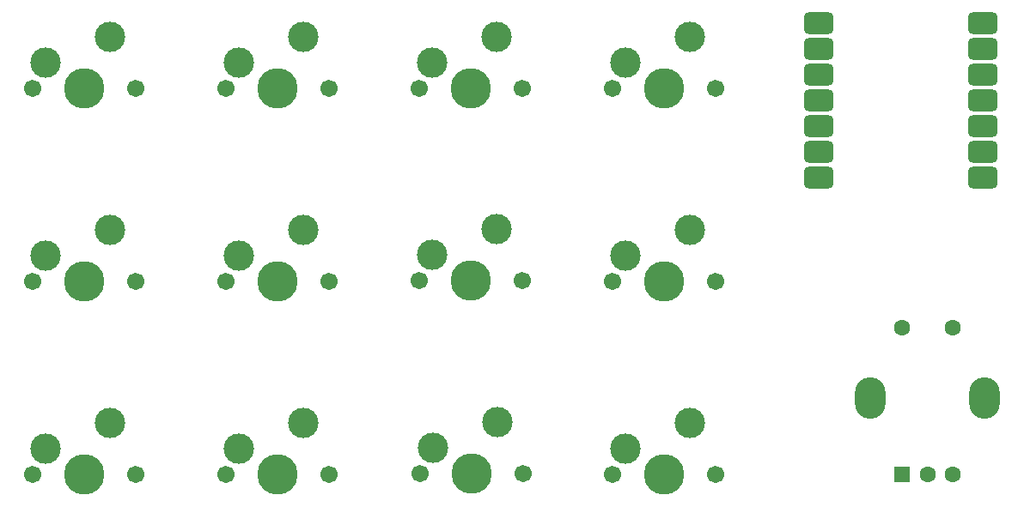
<source format=gbr>
%TF.GenerationSoftware,KiCad,Pcbnew,7.0.10*%
%TF.CreationDate,2026-02-14T21:30:48-08:00*%
%TF.ProjectId,12kempV2.1,31326b65-6d70-4563-922e-312e6b696361,rev?*%
%TF.SameCoordinates,Original*%
%TF.FileFunction,Soldermask,Top*%
%TF.FilePolarity,Negative*%
%FSLAX46Y46*%
G04 Gerber Fmt 4.6, Leading zero omitted, Abs format (unit mm)*
G04 Created by KiCad (PCBNEW 7.0.10) date 2026-02-14 21:30:48*
%MOMM*%
%LPD*%
G01*
G04 APERTURE LIST*
G04 Aperture macros list*
%AMRoundRect*
0 Rectangle with rounded corners*
0 $1 Rounding radius*
0 $2 $3 $4 $5 $6 $7 $8 $9 X,Y pos of 4 corners*
0 Add a 4 corners polygon primitive as box body*
4,1,4,$2,$3,$4,$5,$6,$7,$8,$9,$2,$3,0*
0 Add four circle primitives for the rounded corners*
1,1,$1+$1,$2,$3*
1,1,$1+$1,$4,$5*
1,1,$1+$1,$6,$7*
1,1,$1+$1,$8,$9*
0 Add four rect primitives between the rounded corners*
20,1,$1+$1,$2,$3,$4,$5,0*
20,1,$1+$1,$4,$5,$6,$7,0*
20,1,$1+$1,$6,$7,$8,$9,0*
20,1,$1+$1,$8,$9,$2,$3,0*%
G04 Aperture macros list end*
%ADD10C,1.701800*%
%ADD11C,3.000000*%
%ADD12C,3.987800*%
%ADD13RoundRect,0.551000X-0.926000X-0.551000X0.926000X-0.551000X0.926000X0.551000X-0.926000X0.551000X0*%
%ADD14RoundRect,0.250000X0.550000X-0.550000X0.550000X0.550000X-0.550000X0.550000X-0.550000X-0.550000X0*%
%ADD15C,1.600000*%
%ADD16O,3.000000X4.100000*%
G04 APERTURE END LIST*
D10*
%TO.C,SW2*%
X123647500Y-70700000D03*
D11*
X124917500Y-68160000D03*
D12*
X128727500Y-70700000D03*
D11*
X131267500Y-65620000D03*
D10*
X133807500Y-70700000D03*
%TD*%
%TO.C,SW7*%
X142697500Y-89670000D03*
D11*
X143967500Y-87130000D03*
D12*
X147777500Y-89670000D03*
D11*
X150317500Y-84590000D03*
D10*
X152857500Y-89670000D03*
%TD*%
%TO.C,SW5*%
X104597500Y-89750000D03*
D11*
X105867500Y-87210000D03*
D12*
X109677500Y-89750000D03*
D11*
X112217500Y-84670000D03*
D10*
X114757500Y-89750000D03*
%TD*%
D13*
%TO.C,U1*%
X181989500Y-64260000D03*
X181989500Y-66800000D03*
X181989500Y-69340000D03*
X181989500Y-71880000D03*
X181989500Y-74420000D03*
X181989500Y-76960000D03*
X181989500Y-79500000D03*
X198189500Y-79500000D03*
X198189500Y-76960000D03*
X198189500Y-74420000D03*
X198189500Y-71880000D03*
X198189500Y-69340000D03*
X198189500Y-66800000D03*
X198189500Y-64260000D03*
%TD*%
D10*
%TO.C,SW11*%
X142710000Y-108720000D03*
D11*
X143980000Y-106180000D03*
D12*
X147790000Y-108720000D03*
D11*
X150330000Y-103640000D03*
D10*
X152870000Y-108720000D03*
%TD*%
%TO.C,SW10*%
X123647500Y-108800000D03*
D11*
X124917500Y-106260000D03*
D12*
X128727500Y-108800000D03*
D11*
X131267500Y-103720000D03*
D10*
X133807500Y-108800000D03*
%TD*%
%TO.C,SW1*%
X104597500Y-70700000D03*
D11*
X105867500Y-68160000D03*
D12*
X109677500Y-70700000D03*
D11*
X112217500Y-65620000D03*
D10*
X114757500Y-70700000D03*
%TD*%
%TO.C,SW8*%
X161747500Y-89750000D03*
D11*
X163017500Y-87210000D03*
D12*
X166827500Y-89750000D03*
D11*
X169367500Y-84670000D03*
D10*
X171907500Y-89750000D03*
%TD*%
%TO.C,SW6*%
X123647500Y-89750000D03*
D11*
X124917500Y-87210000D03*
D12*
X128727500Y-89750000D03*
D11*
X131267500Y-84670000D03*
D10*
X133807500Y-89750000D03*
%TD*%
%TO.C,SW9*%
X104597500Y-108800000D03*
D11*
X105867500Y-106260000D03*
D12*
X109677500Y-108800000D03*
D11*
X112217500Y-103720000D03*
D10*
X114757500Y-108800000D03*
%TD*%
%TO.C,SW12*%
X161747500Y-108800000D03*
D11*
X163017500Y-106260000D03*
D12*
X166827500Y-108800000D03*
D11*
X169367500Y-103720000D03*
D10*
X171907500Y-108800000D03*
%TD*%
%TO.C,SW3*%
X142697500Y-70700000D03*
D11*
X143967500Y-68160000D03*
D12*
X147777500Y-70700000D03*
D11*
X150317500Y-65620000D03*
D10*
X152857500Y-70700000D03*
%TD*%
D14*
%TO.C,SW13*%
X190250000Y-108750000D03*
D15*
X195250000Y-108750000D03*
X192750000Y-108750000D03*
X190250000Y-94250000D03*
X195250000Y-94250000D03*
D16*
X187150000Y-101250000D03*
X198350000Y-101250000D03*
%TD*%
D10*
%TO.C,SW4*%
X161747500Y-70700000D03*
D11*
X163017500Y-68160000D03*
D12*
X166827500Y-70700000D03*
D11*
X169367500Y-65620000D03*
D10*
X171907500Y-70700000D03*
%TD*%
M02*

</source>
